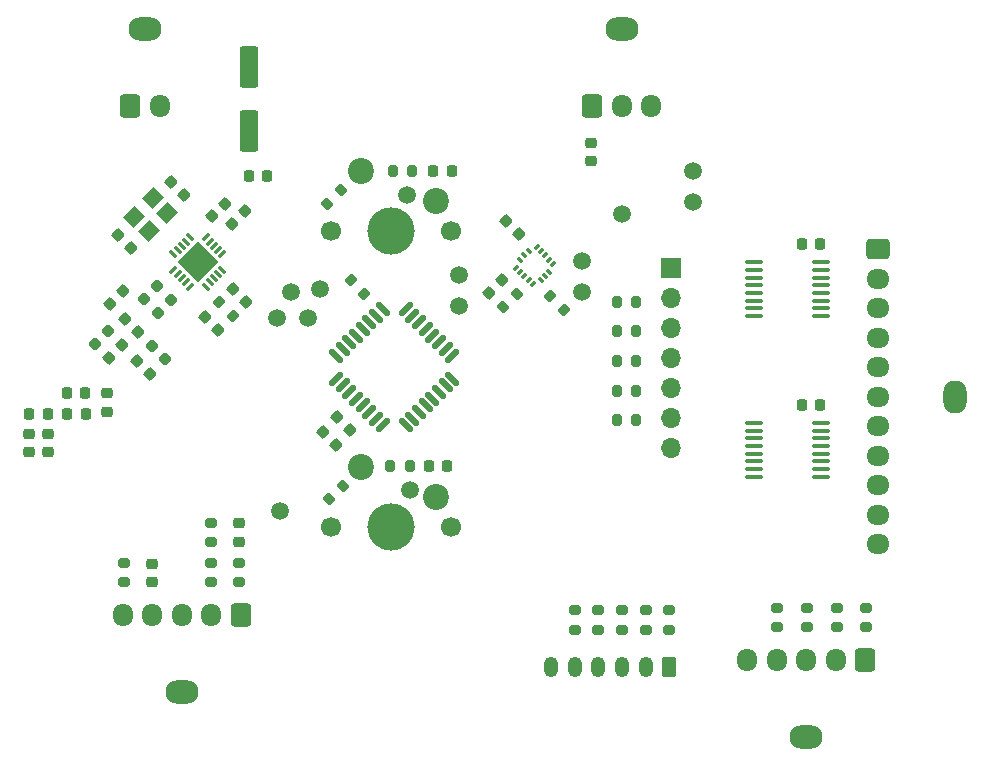
<source format=gbr>
%TF.GenerationSoftware,KiCad,Pcbnew,8.0.4-8.0.4-0~ubuntu22.04.1*%
%TF.CreationDate,2024-08-24T15:00:40-03:00*%
%TF.ProjectId,Antares-Transmitter,416e7461-7265-4732-9d54-72616e736d69,1.0.1*%
%TF.SameCoordinates,Original*%
%TF.FileFunction,Soldermask,Top*%
%TF.FilePolarity,Negative*%
%FSLAX46Y46*%
G04 Gerber Fmt 4.6, Leading zero omitted, Abs format (unit mm)*
G04 Created by KiCad (PCBNEW 8.0.4-8.0.4-0~ubuntu22.04.1) date 2024-08-24 15:00:40*
%MOMM*%
%LPD*%
G01*
G04 APERTURE LIST*
G04 Aperture macros list*
%AMRoundRect*
0 Rectangle with rounded corners*
0 $1 Rounding radius*
0 $2 $3 $4 $5 $6 $7 $8 $9 X,Y pos of 4 corners*
0 Add a 4 corners polygon primitive as box body*
4,1,4,$2,$3,$4,$5,$6,$7,$8,$9,$2,$3,0*
0 Add four circle primitives for the rounded corners*
1,1,$1+$1,$2,$3*
1,1,$1+$1,$4,$5*
1,1,$1+$1,$6,$7*
1,1,$1+$1,$8,$9*
0 Add four rect primitives between the rounded corners*
20,1,$1+$1,$2,$3,$4,$5,0*
20,1,$1+$1,$4,$5,$6,$7,0*
20,1,$1+$1,$6,$7,$8,$9,0*
20,1,$1+$1,$8,$9,$2,$3,0*%
%AMRotRect*
0 Rectangle, with rotation*
0 The origin of the aperture is its center*
0 $1 length*
0 $2 width*
0 $3 Rotation angle, in degrees counterclockwise*
0 Add horizontal line*
21,1,$1,$2,0,0,$3*%
G04 Aperture macros list end*
%ADD10RoundRect,0.250000X0.350000X0.625000X-0.350000X0.625000X-0.350000X-0.625000X0.350000X-0.625000X0*%
%ADD11O,1.200000X1.750000*%
%ADD12RoundRect,0.100000X-0.637500X-0.100000X0.637500X-0.100000X0.637500X0.100000X-0.637500X0.100000X0*%
%ADD13C,1.500000*%
%ADD14RoundRect,0.225000X0.225000X0.250000X-0.225000X0.250000X-0.225000X-0.250000X0.225000X-0.250000X0*%
%ADD15RoundRect,0.225000X0.250000X-0.225000X0.250000X0.225000X-0.250000X0.225000X-0.250000X-0.225000X0*%
%ADD16RoundRect,0.200000X0.335876X0.053033X0.053033X0.335876X-0.335876X-0.053033X-0.053033X-0.335876X0*%
%ADD17RoundRect,0.200000X-0.275000X0.200000X-0.275000X-0.200000X0.275000X-0.200000X0.275000X0.200000X0*%
%ADD18RoundRect,0.225000X-0.017678X0.335876X-0.335876X0.017678X0.017678X-0.335876X0.335876X-0.017678X0*%
%ADD19RoundRect,0.200000X0.200000X0.275000X-0.200000X0.275000X-0.200000X-0.275000X0.200000X-0.275000X0*%
%ADD20RoundRect,0.200000X-0.200000X-0.275000X0.200000X-0.275000X0.200000X0.275000X-0.200000X0.275000X0*%
%ADD21RoundRect,0.250000X0.550000X-1.500000X0.550000X1.500000X-0.550000X1.500000X-0.550000X-1.500000X0*%
%ADD22RoundRect,0.225000X-0.250000X0.225000X-0.250000X-0.225000X0.250000X-0.225000X0.250000X0.225000X0*%
%ADD23RoundRect,0.218750X0.335876X0.026517X0.026517X0.335876X-0.335876X-0.026517X-0.026517X-0.335876X0*%
%ADD24RoundRect,0.200000X0.053033X-0.335876X0.335876X-0.053033X-0.053033X0.335876X-0.335876X0.053033X0*%
%ADD25RoundRect,0.200000X-0.335876X-0.053033X-0.053033X-0.335876X0.335876X0.053033X0.053033X0.335876X0*%
%ADD26RoundRect,0.218750X0.218750X0.256250X-0.218750X0.256250X-0.218750X-0.256250X0.218750X-0.256250X0*%
%ADD27RoundRect,0.218750X-0.026517X0.335876X-0.335876X0.026517X0.026517X-0.335876X0.335876X-0.026517X0*%
%ADD28RoundRect,0.218750X-0.256250X0.218750X-0.256250X-0.218750X0.256250X-0.218750X0.256250X0.218750X0*%
%ADD29RoundRect,0.087500X-0.070711X-0.194454X0.194454X0.070711X0.070711X0.194454X-0.194454X-0.070711X0*%
%ADD30RoundRect,0.087500X0.070711X-0.194454X0.194454X-0.070711X-0.070711X0.194454X-0.194454X0.070711X0*%
%ADD31RoundRect,0.125000X-0.353553X-0.530330X0.530330X0.353553X0.353553X0.530330X-0.530330X-0.353553X0*%
%ADD32RoundRect,0.125000X0.353553X-0.530330X0.530330X-0.353553X-0.353553X0.530330X-0.530330X0.353553X0*%
%ADD33RoundRect,0.225000X-0.225000X-0.250000X0.225000X-0.250000X0.225000X0.250000X-0.225000X0.250000X0*%
%ADD34RoundRect,0.225000X-0.335876X-0.017678X-0.017678X-0.335876X0.335876X0.017678X0.017678X0.335876X0*%
%ADD35RoundRect,0.225000X0.017678X-0.335876X0.335876X-0.017678X-0.017678X0.335876X-0.335876X0.017678X0*%
%ADD36RoundRect,0.225000X0.335876X0.017678X0.017678X0.335876X-0.335876X-0.017678X-0.017678X-0.335876X0*%
%ADD37RoundRect,0.218750X0.256250X-0.218750X0.256250X0.218750X-0.256250X0.218750X-0.256250X-0.218750X0*%
%ADD38RotRect,1.400000X1.200000X225.000000*%
%ADD39RoundRect,0.062500X0.203293X0.291682X-0.291682X-0.203293X-0.203293X-0.291682X0.291682X0.203293X0*%
%ADD40RoundRect,0.062500X-0.203293X0.291682X-0.291682X0.203293X0.203293X-0.291682X0.291682X-0.203293X0*%
%ADD41RotRect,2.500000X2.500000X225.000000*%
%ADD42R,1.700000X1.700000*%
%ADD43O,1.700000X1.700000*%
%ADD44O,2.000000X2.800000*%
%ADD45RoundRect,0.250000X-0.725000X0.600000X-0.725000X-0.600000X0.725000X-0.600000X0.725000X0.600000X0*%
%ADD46O,1.950000X1.700000*%
%ADD47O,2.800000X2.000000*%
%ADD48RoundRect,0.250000X0.600000X0.725000X-0.600000X0.725000X-0.600000X-0.725000X0.600000X-0.725000X0*%
%ADD49O,1.700000X1.950000*%
%ADD50RoundRect,0.250000X-0.600000X-0.725000X0.600000X-0.725000X0.600000X0.725000X-0.600000X0.725000X0*%
%ADD51C,1.700000*%
%ADD52C,4.000000*%
%ADD53C,2.200000*%
G04 APERTURE END LIST*
D10*
%TO.C,J602*%
X150800000Y-144400000D03*
D11*
X148800000Y-144400000D03*
X146800000Y-144400000D03*
X144800000Y-144400000D03*
X142800000Y-144400000D03*
X140800000Y-144400000D03*
%TD*%
D12*
%TO.C,U402*%
X157937500Y-110125000D03*
X157937500Y-110775000D03*
X157937500Y-111425000D03*
X157937500Y-112075000D03*
X157937500Y-112725000D03*
X157937500Y-113375000D03*
X157937500Y-114025000D03*
X157937500Y-114675000D03*
X163662500Y-114675000D03*
X163662500Y-114025000D03*
X163662500Y-113375000D03*
X163662500Y-112725000D03*
X163662500Y-112075000D03*
X163662500Y-111425000D03*
X163662500Y-110775000D03*
X163662500Y-110125000D03*
%TD*%
%TO.C,U401*%
X157937500Y-123725000D03*
X157937500Y-124375000D03*
X157937500Y-125025000D03*
X157937500Y-125675000D03*
X157937500Y-126325000D03*
X157937500Y-126975000D03*
X157937500Y-127625000D03*
X157937500Y-128275000D03*
X163662500Y-128275000D03*
X163662500Y-127625000D03*
X163662500Y-126975000D03*
X163662500Y-126325000D03*
X163662500Y-125675000D03*
X163662500Y-125025000D03*
X163662500Y-124375000D03*
X163662500Y-123725000D03*
%TD*%
D13*
%TO.C,TP402*%
X152800000Y-102400000D03*
%TD*%
D14*
%TO.C,C402*%
X163575000Y-108600000D03*
X162025000Y-108600000D03*
%TD*%
D15*
%TO.C,C601*%
X114400000Y-133775000D03*
X114400000Y-132225000D03*
%TD*%
D13*
%TO.C,TP702*%
X128800000Y-129400000D03*
%TD*%
%TO.C,TP304*%
X120200000Y-114800000D03*
%TD*%
D16*
%TO.C,R801*%
X141883363Y-114133363D03*
X140716637Y-112966637D03*
%TD*%
D13*
%TO.C,TP303*%
X118800000Y-112600000D03*
%TD*%
%TO.C,TP701*%
X128600000Y-104400000D03*
%TD*%
%TO.C,TP501*%
X146800000Y-106000000D03*
%TD*%
D17*
%TO.C,R608*%
X142800000Y-139575000D03*
X142800000Y-141225000D03*
%TD*%
D18*
%TO.C,C802*%
X136648008Y-111601992D03*
X135551992Y-112698008D03*
%TD*%
%TO.C,C307*%
X104557533Y-112520642D03*
X103461517Y-113616658D03*
%TD*%
D17*
%TO.C,R609*%
X104600000Y-135575000D03*
X104600000Y-137225000D03*
%TD*%
D13*
%TO.C,TP804*%
X133000000Y-113800000D03*
%TD*%
D19*
%TO.C,R701*%
X129025000Y-102400000D03*
X127375000Y-102400000D03*
%TD*%
D20*
%TO.C,R1003*%
X146350000Y-118480000D03*
X148000000Y-118480000D03*
%TD*%
D21*
%TO.C,C1101*%
X115200000Y-99000000D03*
X115200000Y-93600000D03*
%TD*%
D22*
%TO.C,C501*%
X144200000Y-100025000D03*
X144200000Y-101575000D03*
%TD*%
D23*
%TO.C,L303*%
X108093069Y-118283562D03*
X106979375Y-117169868D03*
%TD*%
D17*
%TO.C,R903*%
X162450000Y-139375000D03*
X162450000Y-141025000D03*
%TD*%
D14*
%TO.C,C311*%
X101350000Y-121200000D03*
X99800000Y-121200000D03*
%TD*%
D17*
%TO.C,R904*%
X159940000Y-139375000D03*
X159940000Y-141025000D03*
%TD*%
D24*
%TO.C,R704*%
X122016637Y-130183363D03*
X123183363Y-129016637D03*
%TD*%
%TO.C,R802*%
X136716637Y-113933363D03*
X137883363Y-112766637D03*
%TD*%
D15*
%TO.C,C602*%
X107000000Y-137175000D03*
X107000000Y-135625000D03*
%TD*%
D13*
%TO.C,TP601*%
X117800000Y-131200000D03*
%TD*%
D17*
%TO.C,R901*%
X167470000Y-139375000D03*
X167470000Y-141025000D03*
%TD*%
D25*
%TO.C,R201*%
X123816637Y-111616637D03*
X124983363Y-112783363D03*
%TD*%
D26*
%TO.C,L306*%
X101387501Y-123000000D03*
X99812499Y-123000000D03*
%TD*%
D27*
%TO.C,L304*%
X103256843Y-115933644D03*
X102143149Y-117047338D03*
%TD*%
D28*
%TO.C,L305*%
X103200000Y-121224998D03*
X103200000Y-122800000D03*
%TD*%
D24*
%TO.C,R703*%
X121816637Y-105183363D03*
X122983363Y-104016637D03*
%TD*%
D13*
%TO.C,TP803*%
X133000000Y-111200000D03*
%TD*%
D29*
%TO.C,U801*%
X137826687Y-110559099D03*
X138180241Y-110912652D03*
X138533794Y-111266206D03*
X138887348Y-111619759D03*
X139240901Y-111973313D03*
D30*
X139912652Y-111619759D03*
X140266206Y-111266206D03*
X140619759Y-110912652D03*
D29*
X140973313Y-110240901D03*
X140619759Y-109887348D03*
X140266206Y-109533794D03*
X139912652Y-109180241D03*
X139559099Y-108826687D03*
D30*
X138887348Y-109180241D03*
X138533794Y-109533794D03*
X138180241Y-109887348D03*
%TD*%
D17*
%TO.C,R606*%
X146800000Y-139575000D03*
X146800000Y-141225000D03*
%TD*%
D31*
%TO.C,U201*%
X122567930Y-119972272D03*
X123133616Y-120537957D03*
X123699301Y-121103643D03*
X124264986Y-121669328D03*
X124830672Y-122235014D03*
X125396357Y-122800699D03*
X125962043Y-123366384D03*
X126527728Y-123932070D03*
D32*
X128472272Y-123932070D03*
X129037957Y-123366384D03*
X129603643Y-122800699D03*
X130169328Y-122235014D03*
X130735014Y-121669328D03*
X131300699Y-121103643D03*
X131866384Y-120537957D03*
X132432070Y-119972272D03*
D31*
X132432070Y-118027728D03*
X131866384Y-117462043D03*
X131300699Y-116896357D03*
X130735014Y-116330672D03*
X130169328Y-115764986D03*
X129603643Y-115199301D03*
X129037957Y-114633616D03*
X128472272Y-114067930D03*
D32*
X126527728Y-114067930D03*
X125962043Y-114633616D03*
X125396357Y-115199301D03*
X124830672Y-115764986D03*
X124264986Y-116330672D03*
X123699301Y-116896357D03*
X123133616Y-117462043D03*
X122567930Y-118027728D03*
%TD*%
D33*
%TO.C,C702*%
X130425000Y-127400000D03*
X131975000Y-127400000D03*
%TD*%
D17*
%TO.C,R604*%
X150800000Y-139575000D03*
X150800000Y-141225000D03*
%TD*%
%TO.C,R603*%
X114400000Y-135575000D03*
X114400000Y-137225000D03*
%TD*%
D18*
%TO.C,C310*%
X104448004Y-117142483D03*
X103351988Y-118238499D03*
%TD*%
D34*
%TO.C,C308*%
X104751988Y-114942483D03*
X105848004Y-116038499D03*
%TD*%
D20*
%TO.C,R1005*%
X146350000Y-123500000D03*
X148000000Y-123500000D03*
%TD*%
D17*
%TO.C,R902*%
X164960000Y-139375000D03*
X164960000Y-141025000D03*
%TD*%
D35*
%TO.C,C305*%
X112087774Y-106238499D03*
X113183790Y-105142483D03*
%TD*%
D20*
%TO.C,R1004*%
X146350000Y-120990000D03*
X148000000Y-120990000D03*
%TD*%
D17*
%TO.C,R602*%
X112000000Y-135575000D03*
X112000000Y-137225000D03*
%TD*%
D34*
%TO.C,C202*%
X121451992Y-124451992D03*
X122548008Y-125548008D03*
%TD*%
D27*
%TO.C,L302*%
X108592629Y-113333644D03*
X107478935Y-114447338D03*
%TD*%
%TO.C,L301*%
X107392629Y-112133644D03*
X106278935Y-113247338D03*
%TD*%
D14*
%TO.C,C313*%
X98175000Y-123000000D03*
X96625000Y-123000000D03*
%TD*%
D36*
%TO.C,C309*%
X106820276Y-119556355D03*
X105724260Y-118460339D03*
%TD*%
D33*
%TO.C,C701*%
X130825000Y-102400000D03*
X132375000Y-102400000D03*
%TD*%
D34*
%TO.C,C304*%
X113887774Y-112342483D03*
X114983790Y-113438499D03*
%TD*%
D37*
%TO.C,L307*%
X96600000Y-126187501D03*
X96600000Y-124612499D03*
%TD*%
D20*
%TO.C,R1002*%
X146350000Y-115970000D03*
X148000000Y-115970000D03*
%TD*%
D34*
%TO.C,C301*%
X108587774Y-103292483D03*
X109683790Y-104388499D03*
%TD*%
D25*
%TO.C,R301*%
X112652420Y-113507128D03*
X113819146Y-114673854D03*
%TD*%
D38*
%TO.C,Y301*%
X107062559Y-104711632D03*
X105506924Y-106267267D03*
X106709005Y-107469348D03*
X108264640Y-105913713D03*
%TD*%
D22*
%TO.C,C312*%
X98200000Y-124625000D03*
X98200000Y-126175000D03*
%TD*%
D35*
%TO.C,C303*%
X113737774Y-106838499D03*
X114833790Y-105742483D03*
%TD*%
D34*
%TO.C,C306*%
X111487774Y-114742483D03*
X112583790Y-115838499D03*
%TD*%
D17*
%TO.C,R607*%
X144800000Y-139575000D03*
X144800000Y-141225000D03*
%TD*%
%TO.C,R605*%
X148800000Y-139575000D03*
X148800000Y-141225000D03*
%TD*%
D39*
%TO.C,U301*%
X112962908Y-109427578D03*
X112609355Y-109074025D03*
X112255801Y-108720472D03*
X111902248Y-108366918D03*
X111548695Y-108013365D03*
D40*
X110222869Y-108013365D03*
X109869316Y-108366918D03*
X109515763Y-108720472D03*
X109162209Y-109074025D03*
X108808656Y-109427578D03*
D39*
X108808656Y-110753404D03*
X109162209Y-111106957D03*
X109515763Y-111460510D03*
X109869316Y-111814064D03*
X110222869Y-112167617D03*
D40*
X111548695Y-112167617D03*
X111902248Y-111814064D03*
X112255801Y-111460510D03*
X112609355Y-111106957D03*
X112962908Y-110753404D03*
D41*
X110885782Y-110090491D03*
%TD*%
D13*
%TO.C,TP401*%
X152800000Y-105000000D03*
%TD*%
D19*
%TO.C,R702*%
X128825000Y-127400000D03*
X127175000Y-127400000D03*
%TD*%
D36*
%TO.C,C801*%
X138048008Y-107698008D03*
X136951992Y-106601992D03*
%TD*%
D34*
%TO.C,C203*%
X122651992Y-123251992D03*
X123748008Y-124348008D03*
%TD*%
D42*
%TO.C,J1001*%
X150925000Y-110630000D03*
D43*
X150925000Y-113170000D03*
X150925000Y-115710000D03*
X150925000Y-118250000D03*
X150925000Y-120790000D03*
X150925000Y-123330000D03*
X150925000Y-125870000D03*
%TD*%
D13*
%TO.C,TP302*%
X117600000Y-114800000D03*
%TD*%
D33*
%TO.C,C1102*%
X115200000Y-102800000D03*
X116750000Y-102800000D03*
%TD*%
D36*
%TO.C,C302*%
X105183790Y-108888499D03*
X104087774Y-107792483D03*
%TD*%
D13*
%TO.C,TP801*%
X143400000Y-110000000D03*
%TD*%
D20*
%TO.C,R1001*%
X146350000Y-113460000D03*
X148000000Y-113460000D03*
%TD*%
D13*
%TO.C,TP301*%
X121200000Y-112400000D03*
%TD*%
%TO.C,TP802*%
X143400000Y-112600000D03*
%TD*%
D17*
%TO.C,R601*%
X112000000Y-132175000D03*
X112000000Y-133825000D03*
%TD*%
D44*
%TO.C,J401*%
X175000000Y-121500000D03*
D45*
X168500000Y-109000000D03*
D46*
X168500000Y-111500000D03*
X168500000Y-114000000D03*
X168500000Y-116500000D03*
X168500000Y-119000000D03*
X168500000Y-121500000D03*
X168500000Y-124000000D03*
X168500000Y-126500000D03*
X168500000Y-129000001D03*
X168500000Y-131500001D03*
X168500000Y-134000001D03*
%TD*%
D47*
%TO.C,J601*%
X109500000Y-146500000D03*
D48*
X114500000Y-140000000D03*
D49*
X112000000Y-140000000D03*
X109500000Y-140000000D03*
X107000000Y-140000000D03*
X104500000Y-140000000D03*
%TD*%
D47*
%TO.C,J501*%
X146750000Y-90400000D03*
D50*
X144250000Y-96900000D03*
D49*
X146750000Y-96900000D03*
X149250000Y-96900000D03*
%TD*%
D51*
%TO.C,SW702*%
X132330000Y-132500000D03*
D52*
X127250000Y-132500000D03*
D51*
X122170000Y-132500000D03*
D53*
X124710000Y-127420000D03*
X131060000Y-129960000D03*
%TD*%
D51*
%TO.C,SW701*%
X132330000Y-107500000D03*
D52*
X127250000Y-107500000D03*
D51*
X122170000Y-107500000D03*
D53*
X124710000Y-102420000D03*
X131060000Y-104960000D03*
%TD*%
D47*
%TO.C,J901*%
X162400000Y-150300000D03*
D48*
X167400000Y-143800000D03*
D49*
X164900000Y-143800000D03*
X162400000Y-143800000D03*
X159900000Y-143800000D03*
X157400000Y-143800000D03*
%TD*%
D47*
%TO.C,J1101*%
X106400000Y-90399999D03*
D50*
X105150000Y-96900000D03*
D49*
X107650000Y-96900000D03*
%TD*%
D14*
%TO.C,C401*%
X163575000Y-122200000D03*
X162025000Y-122200000D03*
%TD*%
M02*

</source>
